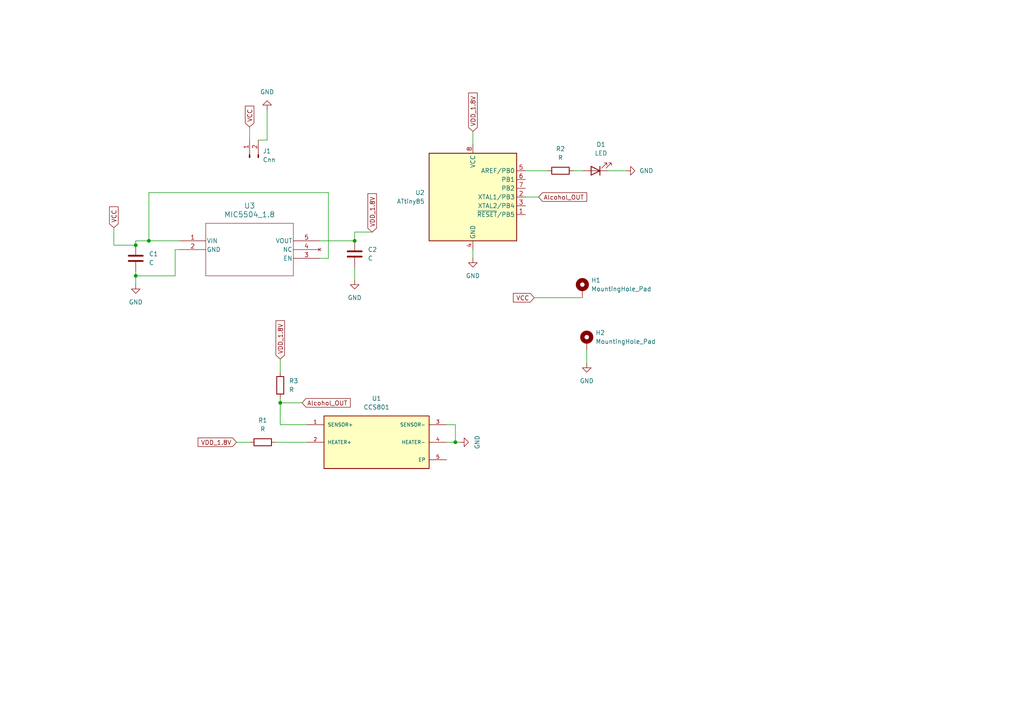
<source format=kicad_sch>
(kicad_sch (version 20231120) (generator "eeschema") (generator_version "8.0")
  (paper "A4")
  (lib_symbols
    (symbol "CCS803:CCS801" (pin_names (offset 1.016))
      (property "Reference" "U" (at -15.24 8.382 0))
      (property "Value" "CCS801" (at -15.24 -10.16 0))
      (symbol "CCS801_0_0"
        (rectangle (start -15.24 -7.62) (end 15.24 7.62) (stroke (width 0.254)) (fill (type background)))
        (pin output line (at -20.32 5.08 0) (length 5.08) (name "SENSOR+") (number "1"))
        (pin input line (at -20.32 0 0) (length 5.08) (name "HEATER+") (number "2"))
        (pin passive line (at 20.32 5.08 180) (length 5.08) (name "SENSOR-") (number "3"))
        (pin passive line (at 20.32 0 180) (length 5.08) (name "HEATER-") (number "4"))
        (pin power_in line (at 20.32 -5.08 180) (length 5.08) (name "EP") (number "5"))
      )
    )
    (symbol "Connector:Conn_01x02_Pin" (pin_names (offset 1.016) hide)
      (property "Reference" "J" (at 0 2.54 0))
      (property "Value" "Conn_01x02_Pin" (at 0 -5.08 0))
      (symbol "Conn_01x02_Pin_1_1"
        (polyline (pts (xy 1.27 -2.54) (xy 0.8636 -2.54)) (stroke (width 0.1524)))
        (polyline (pts (xy 1.27 0) (xy 0.8636 0)) (stroke (width 0.1524)))
        (rectangle (start 0.8636 -2.413) (end 0 -2.667) (stroke (width 0.1524)) (fill (type outline)))
        (rectangle (start 0.8636 0.127) (end 0 -0.127) (stroke (width 0.1524)) (fill (type outline)))
        (pin passive line (at 5.08 0 180) (length 3.81) (name "Pin_1") (number "1"))
        (pin passive line (at 5.08 -2.54 180) (length 3.81) (name "Pin_2") (number "2"))
      )
    )
    (symbol "Device:C" (pin_numbers hide) (pin_names (offset 0.254))
      (property "Reference" "C" (at 0.635 2.54 0))
      (property "Value" "C" (at 0.635 -2.54 0))
      (symbol "C_0_1"
        (polyline (pts (xy -2.032 -0.762) (xy 2.032 -0.762)) (stroke (width 0.508)))
        (polyline (pts (xy -2.032 0.762) (xy 2.032 0.762)) (stroke (width 0.508)))
      )
      (symbol "C_1_1"
        (pin passive line (at 0 3.81 270) (length 2.794) (name "~") (number "1"))
        (pin passive line (at 0 -3.81 90) (length 2.794) (name "~") (number "2"))
      )
    )
    (symbol "Device:LED" (pin_numbers hide) (pin_names (offset 1.016) hide)
      (property "Reference" "D" (at 0 2.54 0))
      (property "Value" "LED" (at 0 -2.54 0))
      (symbol "LED_0_1"
        (polyline (pts (xy -1.27 -1.27) (xy -1.27 1.27)) (stroke (width 0.254)))
        (polyline (pts (xy -1.27 0) (xy 1.27 0)))
        (polyline (pts (xy 1.27 -1.27) (xy 1.27 1.27) (xy -1.27 0) (xy 1.27 -1.27)) (stroke (width 0.254)))
        (polyline (pts (xy -3.048 -0.762) (xy -4.572 -2.286) (xy -3.81 -2.286) (xy -4.572 -2.286) (xy -4.572 -1.524)))
        (polyline (pts (xy -1.778 -0.762) (xy -3.302 -2.286) (xy -2.54 -2.286) (xy -3.302 -2.286) (xy -3.302 -1.524)))
      )
      (symbol "LED_1_1"
        (pin passive line (at -3.81 0 0) (length 2.54) (name "K") (number "1"))
        (pin passive line (at 3.81 0 180) (length 2.54) (name "A") (number "2"))
      )
    )
    (symbol "Device:R" (pin_numbers hide) (pin_names (offset 0))
      (property "Reference" "R" (at 2.032 0 90))
      (property "Value" "R" (at 0 0 90))
      (symbol "R_0_1"
        (rectangle (start -1.016 -2.54) (end 1.016 2.54) (stroke (width 0.254)))
      )
      (symbol "R_1_1"
        (pin passive line (at 0 3.81 270) (length 1.27) (name "~") (number "1"))
        (pin passive line (at 0 -3.81 90) (length 1.27) (name "~") (number "2"))
      )
    )
    (symbol "MCU_Microchip_ATtiny:ATtiny85-20S"
      (property "Reference" "U" (at -12.7 13.97 0))
      (property "Value" "ATtiny85-20S" (at 2.54 -13.97 0))
      (symbol "ATtiny85-20S_0_1"
        (rectangle (start -12.7 -12.7) (end 12.7 12.7) (stroke (width 0.254)) (fill (type background)))
      )
      (symbol "ATtiny85-20S_1_1"
        (pin bidirectional line (at 15.24 -5.08 180) (length 2.54) (name "~{RESET}/PB5") (number "1"))
        (pin bidirectional line (at 15.24 0 180) (length 2.54) (name "XTAL1/PB3") (number "2"))
        (pin bidirectional line (at 15.24 -2.54 180) (length 2.54) (name "XTAL2/PB4") (number "3"))
        (pin power_in line (at 0 -15.24 90) (length 2.54) (name "GND") (number "4"))
        (pin bidirectional line (at 15.24 7.62 180) (length 2.54) (name "AREF/PB0") (number "5"))
        (pin bidirectional line (at 15.24 5.08 180) (length 2.54) (name "PB1") (number "6"))
        (pin bidirectional line (at 15.24 2.54 180) (length 2.54) (name "PB2") (number "7"))
        (pin power_in line (at 0 15.24 270) (length 2.54) (name "VCC") (number "8"))
      )
    )
    (symbol "MIC5504_1.8V:MIC5504-1.8YM5-TR" (pin_names (offset 0.254))
      (property "Reference" "U" (at 20.32 10.16 0))
      (property "Value" "MIC5504-1.8YM5-TR" (at 20.32 7.62 0))
      (symbol "MIC5504-1.8YM5-TR_0_1"
        (polyline (pts (xy 7.62 -10.16) (xy 33.02 -10.16)) (stroke (width 0.127)))
        (polyline (pts (xy 7.62 5.08) (xy 7.62 -10.16)) (stroke (width 0.127)))
        (polyline (pts (xy 33.02 -10.16) (xy 33.02 5.08)) (stroke (width 0.127)))
        (polyline (pts (xy 33.02 5.08) (xy 7.62 5.08)) (stroke (width 0.127)))
        (pin power_in line (at 0 0 0) (length 7.62) (name "VIN") (number "1"))
        (pin power_out line (at 0 -2.54 0) (length 7.62) (name "GND") (number "2"))
        (pin input line (at 40.64 -5.08 180) (length 7.62) (name "EN") (number "3"))
        (pin no_connect line (at 40.64 -2.54 180) (length 7.62) (name "NC") (number "4"))
        (pin output line (at 40.64 0 180) (length 7.62) (name "VOUT") (number "5"))
      )
    )
    (symbol "Mechanical:MountingHole_Pad" (pin_numbers hide) (pin_names (offset 1.016) hide) (exclude_from_sim yes) (in_bom no)
      (property "Reference" "H" (at 0 6.35 0))
      (property "Value" "MountingHole_Pad" (at 0 4.445 0))
      (symbol "MountingHole_Pad_0_1"
        (circle (center 0 1.27) (radius 1.27) (stroke (width 1.27)))
      )
      (symbol "MountingHole_Pad_1_1"
        (pin input line (at 0 -2.54 90) (length 2.54) (name "1") (number "1"))
      )
    )
    (symbol "power:GND" (power) (pin_numbers hide) (pin_names (offset 0) hide)
      (property "Value" "GND" (at 0 -3.81 0))
      (symbol "GND_0_1"
        (polyline (pts (xy 0 0) (xy 0 -1.27) (xy 1.27 -1.27) (xy 0 -2.54) (xy -1.27 -1.27) (xy 0 -1.27)))
      )
      (symbol "GND_1_1"
        (pin power_in line (at 0 0 270) (length 0) (name "~") (number "1"))
      )
    )
  )
  (junction (at 132.08 128.27))
  (junction (at 39.37 71.12))
  (junction (at 43.18 69.85))
  (junction (at 102.87 69.85))
  (junction (at 81.28 116.84))
  (junction (at 39.37 80.01))
  (wire (pts (xy 68.58 128.27) (xy 72.39 128.27)))
  (wire (pts (xy 80.01 128.27) (xy 88.9 128.27)))
  (wire (pts (xy 92.71 74.93) (xy 95.25 74.93)))
  (wire (pts (xy 132.08 128.27) (xy 133.35 128.27)))
  (wire (pts (xy 102.87 77.47) (xy 102.87 81.28)))
  (wire (pts (xy 39.37 71.12) (xy 39.37 69.85)))
  (wire (pts (xy 81.28 104.14) (xy 81.28 107.95)))
  (wire (pts (xy 107.95 67.31) (xy 102.87 67.31)))
  (wire (pts (xy 50.8 72.39) (xy 50.8 80.01)))
  (wire (pts (xy 77.47 40.64) (xy 74.93 40.64)))
  (wire (pts (xy 33.02 66.04) (xy 33.02 71.12)))
  (wire (pts (xy 102.87 67.31) (xy 102.87 69.85)))
  (wire (pts (xy 170.18 101.6) (xy 170.18 105.41)))
  (wire (pts (xy 33.02 71.12) (xy 39.37 71.12)))
  (wire (pts (xy 152.4 57.15) (xy 156.21 57.15)))
  (wire (pts (xy 43.18 69.85) (xy 52.07 69.85)))
  (wire (pts (xy 88.9 123.19) (xy 81.28 123.19)))
  (wire (pts (xy 95.25 55.88) (xy 43.18 55.88)))
  (wire (pts (xy 39.37 69.85) (xy 43.18 69.85)))
  (wire (pts (xy 132.08 123.19) (xy 132.08 128.27)))
  (wire (pts (xy 52.07 72.39) (xy 50.8 72.39)))
  (wire (pts (xy 152.4 49.53) (xy 158.75 49.53)))
  (wire (pts (xy 50.8 80.01) (xy 39.37 80.01)))
  (wire (pts (xy 81.28 116.84) (xy 81.28 115.57)))
  (wire (pts (xy 43.18 55.88) (xy 43.18 69.85)))
  (wire (pts (xy 39.37 80.01) (xy 39.37 82.55)))
  (wire (pts (xy 129.54 123.19) (xy 132.08 123.19)))
  (wire (pts (xy 81.28 116.84) (xy 87.63 116.84)))
  (wire (pts (xy 137.16 72.39) (xy 137.16 74.93)))
  (wire (pts (xy 166.37 49.53) (xy 168.91 49.53)))
  (wire (pts (xy 39.37 78.74) (xy 39.37 80.01)))
  (wire (pts (xy 72.39 36.83) (xy 72.39 40.64)))
  (wire (pts (xy 154.94 86.36) (xy 168.91 86.36)))
  (wire (pts (xy 129.54 128.27) (xy 132.08 128.27)))
  (wire (pts (xy 176.53 49.53) (xy 181.61 49.53)))
  (wire (pts (xy 95.25 74.93) (xy 95.25 55.88)))
  (wire (pts (xy 92.71 69.85) (xy 102.87 69.85)))
  (wire (pts (xy 137.16 38.1) (xy 137.16 41.91)))
  (wire (pts (xy 77.47 31.75) (xy 77.47 40.64)))
  (wire (pts (xy 81.28 123.19) (xy 81.28 116.84)))
  (global_label "Alcohol_OUT" (shape input) (at 156.21 57.15 0) (property "Intersheetrefs" "${INTERSHEET_REFS}" (effects (hide yes))))
  (global_label "VCC" (shape input) (at 33.02 66.04 90) (property "Intersheetrefs" "${INTERSHEET_REFS}" (effects (hide yes))))
  (global_label "VDD_1.8V" (shape input) (at 68.58 128.27 180) (property "Intersheetrefs" "${INTERSHEET_REFS}" (effects (hide yes))))
  (global_label "VCC" (shape input) (at 72.39 36.83 90) (property "Intersheetrefs" "${INTERSHEET_REFS}" (effects (hide yes))))
  (global_label "Alcohol_OUT" (shape input) (at 87.63 116.84 0) (property "Intersheetrefs" "${INTERSHEET_REFS}" (effects (hide yes))))
  (global_label "VCC" (shape input) (at 154.94 86.36 180) (property "Intersheetrefs" "${INTERSHEET_REFS}" (effects (hide yes))))
  (global_label "VDD_1.8V" (shape input) (at 81.28 104.14 90) (property "Intersheetrefs" "${INTERSHEET_REFS}" (effects (hide yes))))
  (global_label "VDD_1.8V" (shape input) (at 107.95 67.31 90) (property "Intersheetrefs" "${INTERSHEET_REFS}" (effects (hide yes))))
  (global_label "VDD_1.8V" (shape input) (at 137.16 38.1 90) (property "Intersheetrefs" "${INTERSHEET_REFS}" (effects (hide yes))))
  (symbol (lib_id "power:GND") (at 102.87 81.28 0) (unit 1)
    (property "Reference" "#PWR06" (effects (hide yes)))
    (property "Value" "GND" (at 102.87 86.36 0))
    (property "Description" "Power symbol creates a global label with name \"GND\" , ground" (effects (hide yes)))
  )
  (symbol (lib_id "Device:C") (at 102.87 73.66 0) (unit 1)
    (property "Reference" "C2" (at 106.68 72.3899 0) (effects (justify left)))
    (property "Value" "C" (at 106.68 74.9299 0) (effects (justify left)))
    (property "Footprint" "Capacitor_SMD:C_0603_1608Metric_Pad1.08x0.95mm_HandSolder" (effects (hide yes)))
    (property "Description" "Unpolarized capacitor" (effects (hide yes)))
  )
  (symbol (lib_id "Device:LED") (at 172.72 49.53 180) (unit 1)
    (property "Reference" "D1" (at 174.3075 41.91 0))
    (property "Value" "LED" (at 174.3075 44.45 0))
    (property "Footprint" "LED_SMD:LED_0805_2012Metric_Pad1.15x1.40mm_HandSolder" (effects (hide yes)))
    (property "Description" "Light emitting diode" (effects (hide yes)))
  )
  (symbol (lib_id "power:GND") (at 133.35 128.27 90) (unit 1)
    (property "Reference" "#PWR02" (effects (hide yes)))
    (property "Value" "GND" (at 138.43 128.27 0))
    (property "Description" "Power symbol creates a global label with name \"GND\" , ground" (effects (hide yes)))
  )
  (symbol (lib_id "power:GND") (at 170.18 105.41 0) (unit 1)
    (property "Reference" "#PWR07" (effects (hide yes)))
    (property "Value" "GND" (at 170.18 110.49 0))
    (property "Description" "Power symbol creates a global label with name \"GND\" , ground" (effects (hide yes)))
  )
  (symbol (lib_id "Mechanical:MountingHole_Pad") (at 168.91 83.82 0) (unit 1) (exclude_from_sim yes) (in_bom no)
    (property "Reference" "H1" (at 171.45 81.2799 0) (effects (justify left)))
    (property "Value" "MountingHole_Pad" (at 171.45 83.8199 0) (effects (justify left)))
    (property "Footprint" "MountingHole:MT_Hole" (effects (hide yes)))
    (property "Description" "Mounting Hole with connection" (effects (hide yes)))
  )
  (symbol (lib_id "power:GND") (at 39.37 82.55 0) (unit 1)
    (property "Reference" "#PWR05" (effects (hide yes)))
    (property "Value" "GND" (at 39.37 87.63 0))
    (property "Description" "Power symbol creates a global label with name \"GND\" , ground" (effects (hide yes)))
  )
  (symbol (lib_id "Device:C") (at 39.37 74.93 0) (unit 1)
    (property "Reference" "C1" (at 43.18 73.6599 0) (effects (justify left)))
    (property "Value" "C" (at 43.18 76.1999 0) (effects (justify left)))
    (property "Footprint" "Capacitor_SMD:C_0603_1608Metric_Pad1.08x0.95mm_HandSolder" (effects (hide yes)))
    (property "Description" "Unpolarized capacitor" (effects (hide yes)))
  )
  (symbol (lib_id "power:GND") (at 77.47 31.75 180) (unit 1)
    (property "Reference" "#PWR01" (effects (hide yes)))
    (property "Value" "GND" (at 77.47 26.67 0))
    (property "Description" "Power symbol creates a global label with name \"GND\" , ground" (effects (hide yes)))
  )
  (symbol (lib_id "Device:R") (at 81.28 111.76 0) (unit 1)
    (property "Reference" "R3" (at 83.82 110.4899 0) (effects (justify left)))
    (property "Value" "R" (at 83.82 113.0299 0) (effects (justify left)))
    (property "Footprint" "Resistor_SMD:R_0603_1608Metric_Pad0.98x0.95mm_HandSolder" (effects (hide yes)))
    (property "Description" "Resistor" (effects (hide yes)))
  )
  (symbol (lib_id "power:GND") (at 137.16 74.93 0) (unit 1)
    (property "Reference" "#PWR03" (effects (hide yes)))
    (property "Value" "GND" (at 137.16 80.01 0))
    (property "Description" "Power symbol creates a global label with name \"GND\" , ground" (effects (hide yes)))
  )
  (symbol (lib_id "Mechanical:MountingHole_Pad") (at 170.18 99.06 0) (unit 1) (exclude_from_sim yes) (in_bom no)
    (property "Reference" "H2" (at 172.72 96.5199 0) (effects (justify left)))
    (property "Value" "MountingHole_Pad" (at 172.72 99.0599 0) (effects (justify left)))
    (property "Footprint" "MountingHole:MT_Hole" (effects (hide yes)))
    (property "Description" "Mounting Hole with connection" (effects (hide yes)))
  )
  (symbol (lib_id "MCU_Microchip_ATtiny:ATtiny85-20S") (at 137.16 57.15 0) (unit 1)
    (property "Reference" "U2" (at 123.19 55.8799 0) (effects (justify right)))
    (property "Value" "ATtiny85" (at 123.19 58.4199 0) (effects (justify right)))
    (property "Footprint" "Package_SO:SOIC-8W_5.3x5.3mm_P1.27mm" (effects (hide yes)))
    (property "Datasheet" "http://ww1.microchip.com/downloads/en/DeviceDoc/atmel-2586-avr-8-bit-microcontroller-attiny25-attiny45-attiny85_datasheet.pdf" (effects (hide yes)))
    (property "Description" "20MHz, 8kB Flash, 512B SRAM, 512B EEPROM, debugWIRE, SOIC-8W" (effects (hide yes)))
  )
  (symbol (lib_id "power:GND") (at 181.61 49.53 90) (unit 1)
    (property "Reference" "#PWR04" (effects (hide yes)))
    (property "Value" "GND" (at 185.42 49.5299 90) (effects (justify right)))
    (property "Description" "Power symbol creates a global label with name \"GND\" , ground" (effects (hide yes)))
  )
  (symbol (lib_id "Device:R") (at 76.2 128.27 270) (unit 1)
    (property "Reference" "R1" (at 76.2 121.92 90))
    (property "Value" "R" (at 76.2 124.46 90))
    (property "Footprint" "Resistor_SMD:R_0603_1608Metric_Pad0.98x0.95mm_HandSolder" (effects (hide yes)))
    (property "Description" "Resistor" (effects (hide yes)))
  )
  (symbol (lib_id "Device:R") (at 162.56 49.53 270) (unit 1)
    (property "Reference" "R2" (at 162.56 43.18 90))
    (property "Value" "R" (at 162.56 45.72 90))
    (property "Footprint" "Resistor_SMD:R_0603_1608Metric_Pad0.98x0.95mm_HandSolder" (effects (hide yes)))
    (property "Description" "Resistor" (effects (hide yes)))
  )
  (symbol (lib_id "CCS803:CCS801") (at 109.22 128.27 0) (unit 1)
    (property "Reference" "U1" (at 109.22 115.57 0))
    (property "Value" "CCS801" (at 109.22 118.11 0))
    (property "Footprint" "CCS803:XDCR_CCS801" (effects (hide yes)))
    (property "PARTREV" "v1-04" (effects (hide yes)))
    (property "STANDARD" "Manufacturer Recommendations" (effects (hide yes)))
    (property "MANUFACTURER" "AMS" (effects (hide yes)))
  )
  (symbol (lib_id "MIC5504_1.8V:MIC5504-1.8YM5-TR") (at 52.07 69.85 0) (unit 1)
    (property "Reference" "U3" (at 72.39 59.69 0) (effects (font (size 1.524 1.524))))
    (property "Value" "MIC5504_1.8" (at 72.39 62.23 0) (effects (font (size 1.524 1.524))))
    (property "Footprint" "SOT23-5LD-PL-1_MCH" (effects (hide yes)))
    (property "Datasheet" "MIC5504-1.8YM5-TR" (effects (hide yes)))
  )
  (symbol (lib_id "Connector:Conn_01x02_Pin") (at 72.39 45.72 90) (unit 1)
    (property "Reference" "J1" (at 76.2 43.8149 90) (effects (justify right)))
    (property "Value" "Cnn" (at 76.2 46.3549 90) (effects (justify right)))
    (property "Footprint" "Connector_PinHeader_2.54mm:PinHeader_1x02_P2.54mm_Vertical" (effects (hide yes)))
    (property "Description" "Generic connector, single row, 01x02, script generated" (effects (hide yes)))
  )
)
</source>
